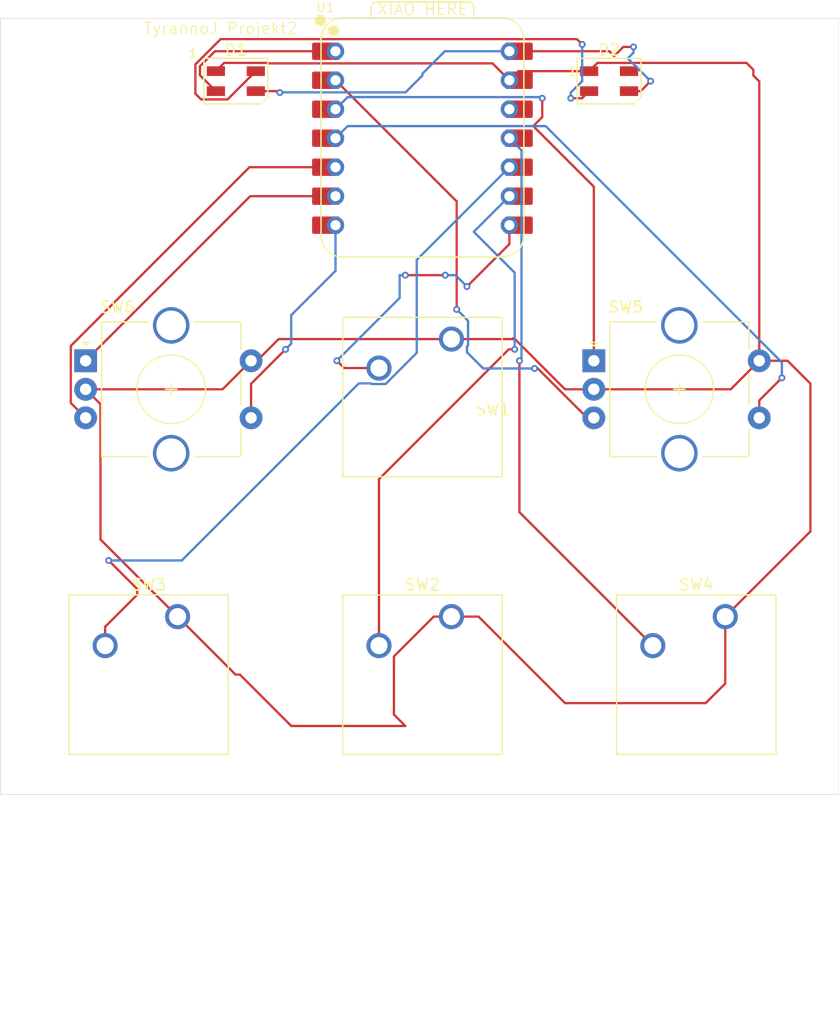
<source format=kicad_pcb>
(kicad_pcb (version 20240108) (generator "pcbnew") (generator_version "8.0")
  (layers (0 "F.Cu" signal) (31 "B.Cu" signal) (34 "B.Paste" user) (35 "F.Paste" user) (36 "B.SilkS" user "B.Silkscreen") (37 "F.SilkS" user "F.Silkscreen") (38 "B.Mask" user) (39 "F.Mask" user) (44 "Edge.Cuts" user))
  (net 0 "")
  (net 1 "Net-(D1-DIN)")
  (net 2 "Net-(D1-DOUT)")
  (net 3 "+5V")
  (net 4 "GND")
  (net 6 "Net-(U1-GPIO1{slash}RX)")
  (net 7 "Net-(U1-GPIO2{slash}SCK)")
  (net 8 "Net-(U1-GPIO4{slash}MISO)")
  (net 9 "Net-(U1-GPIO3{slash}MOSI)")
  (net 10 "Net-(U1-GPIO28{slash}ADC2{slash}A2)")
  (net 11 "Net-(U1-GPIO29{slash}ADC3{slash}A3)")
  (net 12 "Net-(U1-GPIO27{slash}ADC1{slash}A1)")
  (net 13 "Net-(U1-GPIO0{slash}TX)")
  (net 14 "Net-(U1-GPIO6{slash}SDA)")
  (net 15 "Net-(U1-GPIO7{slash}SCL)")
  (net 16 "Net-(J1-Pin_1)")
  (footprint "OPL:XIAO-RP2040-DIP" (layer "F.Cu") (at 145 68)
    (property "Reference" "U1" (at -8.5 -11.464717 0) (layer "F.SilkS") (effects (font (size 0.8 0.8) (thickness 0.1016))))
    (property "Value" "XIAO-RP2040-DIP")
    (fp_line (start -8.89 8.509) (end -8.89 -8.636) (stroke (width 0.127)) (layer "F.SilkS"))
    (fp_line (start -6.985 10.414) (end 6.985 10.414) (stroke (width 0.127)) (layer "F.SilkS"))
    (fp_line (start -4.495 -10.541) (end -4.491272 -11.451272) (stroke (width 0.127)) (layer "F.SilkS"))
    (fp_line (start -3.991272 -11.951) (end 4.004 -11.951) (stroke (width 0.127)) (layer "F.SilkS"))
    (fp_line (start 4.504 -11.451) (end 4.504 -10.541) (stroke (width 0.127)) (layer "F.SilkS"))
    (fp_line (start 6.985 -10.541) (end -6.985 -10.541) (stroke (width 0.1)) (layer "F.SilkS"))
    (fp_line (start 6.985 -10.541) (end -6.985 -10.541) (stroke (width 0.127)) (layer "F.SilkS"))
    (fp_line (start 8.89 8.509) (end 8.89 -8.636) (stroke (width 0.127)) (layer "F.SilkS"))
    (fp_arc (start -8.89 -8.636) (mid -8.332038 -9.983038) (end -6.985 -10.541) (stroke (width 0.127)) (layer "F.SilkS"))
    (fp_arc (start -6.985 10.414) (mid -8.332038 9.856038) (end -8.89 8.509) (stroke (width 0.127)) (layer "F.SilkS"))
    (fp_arc (start -4.491272 -11.451272) (mid -4.344724 -11.804644) (end -3.991272 -11.951) (stroke (width 0.127)) (layer "F.SilkS"))
    (fp_arc (start 4.004 -11.951) (mid 4.357553 -11.804553) (end 4.504 -11.451) (stroke (width 0.127)) (layer "F.SilkS"))
    (fp_arc (start 6.985 -10.541) (mid 8.332038 -9.983038) (end 8.89 -8.636) (stroke (width 0.127)) (layer "F.SilkS"))
    (fp_arc (start 8.89 8.509) (mid 8.332038 9.856038) (end 6.985 10.414) (stroke (width 0.127)) (layer "F.SilkS"))
    (fp_circle (center -8.95 -10.3) (end -8.95 -10.554) (stroke (width 0.5)) (fill solid) (layer "F.SilkS"))
    (fp_circle (center -7.807 -9.42) (end -7.807 -9.674) (stroke (width 0.5)) (fill solid) (layer "F.SilkS"))
    (pad "1" smd roundrect (at -8.455 -7.62 180) (size 2.432 1.524) (layers "F.Cu" "F.Mask") (roundrect_rratio 0.1) (net 1 "Net-(D1-DIN)"))
    (pad "1" thru_hole circle (at -7.62 -7.62 180) (size 1.524 1.524) (drill 0.889) (layers "*.Cu" "*.Mask") (net 1 "Net-(D1-DIN)"))
    (pad "2" smd roundrect (at -8.455 -5.08 180) (size 2.432 1.524) (layers "F.Cu" "F.Mask") (roundrect_rratio 0.1) (net 12 "Net-(U1-GPIO27{slash}ADC1{slash}A1)"))
    (pad "2" thru_hole circle (at -7.62 -5.08 180) (size 1.524 1.524) (drill 0.889) (layers "*.Cu" "*.Mask") (net 12 "Net-(U1-GPIO27{slash}ADC1{slash}A1)"))
    (pad "3" smd roundrect (at -8.455 -2.54 180) (size 2.432 1.524) (layers "F.Cu" "F.Mask") (roundrect_rratio 0.1) (net 10 "Net-(U1-GPIO28{slash}ADC2{slash}A2)"))
    (pad "3" thru_hole circle (at -7.62 -2.54 180) (size 1.524 1.524) (drill 0.889) (layers "*.Cu" "*.Mask") (net 10 "Net-(U1-GPIO28{slash}ADC2{slash}A2)"))
    (pad "4" smd roundrect (at -8.455 0 180) (size 2.432 1.524) (layers "F.Cu" "F.Mask") (roundrect_rratio 0.1) (net 11 "Net-(U1-GPIO29{slash}ADC3{slash}A3)"))
    (pad "4" thru_hole circle (at -7.62 0 180) (size 1.524 1.524) (drill 0.889) (layers "*.Cu" "*.Mask") (net 11 "Net-(U1-GPIO29{slash}ADC3{slash}A3)"))
    (pad "5" smd roundrect (at -8.455 2.54 180) (size 2.432 1.524) (layers "F.Cu" "F.Mask") (roundrect_rratio 0.1) (net 14 "Net-(U1-GPIO6{slash}SDA)"))
    (pad "5" thru_hole circle (at -7.62 2.54 180) (size 1.524 1.524) (drill 0.889) (layers "*.Cu" "*.Mask") (net 14 "Net-(U1-GPIO6{slash}SDA)"))
    (pad "6" smd roundrect (at -8.455 5.08 180) (size 2.432 1.524) (layers "F.Cu" "F.Mask") (roundrect_rratio 0.1) (net 15 "Net-(U1-GPIO7{slash}SCL)"))
    (pad "6" thru_hole circle (at -7.62 5.08 180) (size 1.524 1.524) (drill 0.889) (layers "*.Cu" "*.Mask") (net 15 "Net-(U1-GPIO7{slash}SCL)"))
    (pad "7" smd roundrect (at -8.455 7.62 180) (size 2.432 1.524) (layers "F.Cu" "F.Mask") (roundrect_rratio 0.1) (net 13 "Net-(U1-GPIO0{slash}TX)"))
    (pad "7" thru_hole circle (at -7.62 7.62 180) (size 1.524 1.524) (drill 0.889) (layers "*.Cu" "*.Mask") (net 13 "Net-(U1-GPIO0{slash}TX)"))
    (pad "8" thru_hole circle (at 7.62 7.62) (size 1.524 1.524) (drill 0.889) (layers "*.Cu" "*.Mask") (net 6 "Net-(U1-GPIO1{slash}RX)"))
    (pad "8" smd roundrect (at 8.455 7.62) (size 2.432 1.524) (layers "F.Cu" "F.Mask") (roundrect_rratio 0.1) (net 6 "Net-(U1-GPIO1{slash}RX)"))
    (pad "9" thru_hole circle (at 7.62 5.08) (size 1.524 1.524) (drill 0.889) (layers "*.Cu" "*.Mask") (net 7 "Net-(U1-GPIO2{slash}SCK)"))
    (pad "9" smd roundrect (at 8.455 5.08) (size 2.432 1.524) (layers "F.Cu" "F.Mask") (roundrect_rratio 0.1) (net 7 "Net-(U1-GPIO2{slash}SCK)"))
    (pad "10" thru_hole circle (at 7.62 2.54) (size 1.524 1.524) (drill 0.889) (layers "*.Cu" "*.Mask") (net 8 "Net-(U1-GPIO4{slash}MISO)"))
    (pad "10" smd roundrect (at 8.455 2.54) (size 2.432 1.524) (layers "F.Cu" "F.Mask") (roundrect_rratio 0.1) (net 8 "Net-(U1-GPIO4{slash}MISO)"))
    (pad "11" thru_hole circle (at 7.62 0) (size 1.524 1.524) (drill 0.889) (layers "*.Cu" "*.Mask") (net 9 "Net-(U1-GPIO3{slash}MOSI)"))
    (pad "11" smd roundrect (at 8.455 0) (size 2.432 1.524) (layers "F.Cu" "F.Mask") (roundrect_rratio 0.1) (net 9 "Net-(U1-GPIO3{slash}MOSI)"))
    (pad "12" thru_hole circle (at 7.62 -2.54) (size 1.524 1.524) (drill 0.889) (layers "*.Cu" "*.Mask") (net 16 "Net-(J1-Pin_1)"))
    (pad "12" smd roundrect (at 8.455 -2.54) (size 2.432 1.524) (layers "F.Cu" "F.Mask") (roundrect_rratio 0.1) (net 16 "Net-(J1-Pin_1)"))
    (pad "13" thru_hole circle (at 7.62 -5.08) (size 1.524 1.524) (drill 0.889) (layers "*.Cu" "*.Mask") (net 4 "GND"))
    (pad "13" smd roundrect (at 8.455 -5.08) (size 2.432 1.524) (layers "F.Cu" "F.Mask") (roundrect_rratio 0.1) (net 4 "GND"))
    (pad "14" thru_hole circle (at 7.62 -7.62) (size 1.524 1.524) (drill 0.889) (layers "*.Cu" "*.Mask") (net 3 "+5V"))
    (pad "14" smd roundrect (at 8.455 -7.62) (size 2.432 1.524) (layers "F.Cu" "F.Mask") (roundrect_rratio 0.1) (net 3 "+5V"))
  )
  (footprint "Button_Switch_Keyboard:SW_Cherry_MX_1.00u_PCB" (layer "F.Cu") (at 147.54 85.6)
    (property "Reference" "SW1" (at 3.631 6.1695 0) (layer "F.SilkS"))
    (property "Value" "SW_Push")
    (fp_line (start -9.525 -1.905) (end 4.445 -1.905) (stroke (width 0.12)) (layer "F.SilkS"))
    (fp_line (start -9.525 12.065) (end -9.525 -1.905) (stroke (width 0.12)) (layer "F.SilkS"))
    (fp_line (start 4.445 -1.905) (end 4.445 12.065) (stroke (width 0.12)) (layer "F.SilkS"))
    (fp_line (start 4.445 12.065) (end -9.525 12.065) (stroke (width 0.12)) (layer "F.SilkS"))
    (pad "" np_thru_hole circle (at -7.62 5.08) (size 1.7 1.7) (drill 1.7) (layers "*.Cu" "*.Mask"))
    (pad "" np_thru_hole circle (at -2.54 5.08) (size 4 4) (drill 4) (layers "*.Cu" "*.Mask"))
    (pad "" np_thru_hole circle (at 2.54 5.08) (size 1.7 1.7) (drill 1.7) (layers "*.Cu" "*.Mask"))
    (pad "1" thru_hole circle (at 0 0) (size 2.2 2.2) (drill 1.5) (layers "*.Cu" "*.Mask") (net 4 "GND"))
    (pad "2" thru_hole circle (at -6.35 2.54) (size 2.2 2.2) (drill 1.5) (layers "*.Cu" "*.Mask") (net 6 "Net-(U1-GPIO1{slash}RX)"))
  )
  (footprint "LED_SMD:LED_SK6812MINI_PLCC4_3.5x3.5mm_P1.75mm" (layer "F.Cu") (at 161.355 63)
    (property "Reference" "D2" (at 0 -2.75 0) (layer "F.SilkS"))
    (property "Value" "SK6812")
    (fp_line (start -2.8 -2) (end -2.8 2) (stroke (width 0.12)) (layer "F.SilkS"))
    (fp_line (start -2.8 -2) (end 2.8 -2) (stroke (width 0.12)) (layer "F.SilkS"))
    (fp_line (start -2.8 2) (end 2.2 2) (stroke (width 0.12)) (layer "F.SilkS"))
    (fp_line (start 2.8 1.4) (end 2.2 2) (stroke (width 0.12)) (layer "F.SilkS"))
    (fp_line (start 2.8 1.4) (end 2.8 -2) (stroke (width 0.12)) (layer "F.SilkS"))
    (fp_text user "1" (at -3.2 -0.875 0) (layer "F.SilkS") (effects (font (size 0.8 0.8))))
    (pad "1" smd rect (at -1.75 -0.875) (size 1.6 0.85) (layers "F.Cu" "F.Paste" "F.Mask") (net 4 "GND"))
    (pad "2" smd rect (at -1.75 0.875) (size 1.6 0.85) (layers "F.Cu" "F.Paste" "F.Mask") (net 2 "Net-(D1-DOUT)"))
    (pad "3" smd rect (at 1.75 0.875) (size 1.6 0.85) (layers "F.Cu" "F.Paste" "F.Mask") (net 3 "+5V"))
    (pad "4" smd rect (at 1.75 -0.875) (size 1.6 0.85) (layers "F.Cu" "F.Paste" "F.Mask"))
  )
  (footprint "Rotary_Encoder:RotaryEncoder_Alps_EC11E-Switch_Vertical_H20mm_CircularMountingHoles" (layer "F.Cu") (at 115.48 87.5)
    (property "Reference" "SW6" (at 2.8 -4.7 0) (layer "F.SilkS"))
    (property "Value" "RotaryEncoder_Switch")
    (fp_line (start -0.3 -1.6) (end 0.3 -1.6) (stroke (width 0.12)) (layer "F.SilkS"))
    (fp_line (start 0 -1.3) (end -0.3 -1.6) (stroke (width 0.12)) (layer "F.SilkS"))
    (fp_line (start 0.3 -1.6) (end 0 -1.3) (stroke (width 0.12)) (layer "F.SilkS"))
    (fp_line (start 1.4 -3.4) (end 1.4 8.4) (stroke (width 0.12)) (layer "F.SilkS"))
    (fp_line (start 5.5 -3.4) (end 1.4 -3.4) (stroke (width 0.12)) (layer "F.SilkS"))
    (fp_line (start 5.5 8.4) (end 1.4 8.4) (stroke (width 0.12)) (layer "F.SilkS"))
    (fp_line (start 7 2.5) (end 8 2.5) (stroke (width 0.12)) (layer "F.SilkS"))
    (fp_line (start 7.5 2) (end 7.5 3) (stroke (width 0.12)) (layer "F.SilkS"))
    (fp_line (start 9.5 -3.4) (end 13.6 -3.4) (stroke (width 0.12)) (layer "F.SilkS"))
    (fp_line (start 13.6 -3.4) (end 13.6 -1) (stroke (width 0.12)) (layer "F.SilkS"))
    (fp_line (start 13.6 1.2) (end 13.6 3.8) (stroke (width 0.12)) (layer "F.SilkS"))
    (fp_line (start 13.6 6) (end 13.6 8.4) (stroke (width 0.12)) (layer "F.SilkS"))
    (fp_line (start 13.6 8.4) (end 9.5 8.4) (stroke (width 0.12)) (layer "F.SilkS"))
    (fp_circle (center 7.5 2.5) (end 10.5 2.5) (stroke (width 0.12)) (fill none) (layer "F.SilkS"))
    (pad "A" thru_hole rect (at 0 0) (size 2 2) (drill 1) (layers "*.Cu" "*.Mask") (net 15 "Net-(U1-GPIO7{slash}SCL)"))
    (pad "B" thru_hole circle (at 0 5) (size 2 2) (drill 1) (layers "*.Cu" "*.Mask") (net 14 "Net-(U1-GPIO6{slash}SDA)"))
    (pad "C" thru_hole circle (at 0 2.5) (size 2 2) (drill 1) (layers "*.Cu" "*.Mask") (net 4 "GND"))
    (pad "MP" thru_hole circle (at 7.5 -3.1) (size 3.2 3.2) (drill 2.6) (layers "*.Cu" "*.Mask"))
    (pad "MP" thru_hole circle (at 7.5 8.1) (size 3.2 3.2) (drill 2.6) (layers "*.Cu" "*.Mask"))
    (pad "S1" thru_hole circle (at 14.5 5) (size 2 2) (drill 1) (layers "*.Cu" "*.Mask") (net 13 "Net-(U1-GPIO0{slash}TX)"))
    (pad "S2" thru_hole circle (at 14.5 0) (size 2 2) (drill 1) (layers "*.Cu" "*.Mask") (net 4 "GND"))
  )
  (footprint "Button_Switch_Keyboard:SW_Cherry_MX_1.00u_PCB" (layer "F.Cu") (at 171.54 109.92)
    (property "Reference" "SW4" (at -2.54 -2.794 0) (layer "F.SilkS"))
    (property "Value" "SW_Push")
    (fp_line (start -9.525 -1.905) (end 4.445 -1.905) (stroke (width 0.12)) (layer "F.SilkS"))
    (fp_line (start -9.525 12.065) (end -9.525 -1.905) (stroke (width 0.12)) (layer "F.SilkS"))
    (fp_line (start 4.445 -1.905) (end 4.445 12.065) (stroke (width 0.12)) (layer "F.SilkS"))
    (fp_line (start 4.445 12.065) (end -9.525 12.065) (stroke (width 0.12)) (layer "F.SilkS"))
    (pad "" np_thru_hole circle (at -7.62 5.08) (size 1.7 1.7) (drill 1.7) (layers "*.Cu" "*.Mask"))
    (pad "" np_thru_hole circle (at -2.54 5.08) (size 4 4) (drill 4) (layers "*.Cu" "*.Mask"))
    (pad "" np_thru_hole circle (at 2.54 5.08) (size 1.7 1.7) (drill 1.7) (layers "*.Cu" "*.Mask"))
    (pad "1" thru_hole circle (at 0 0) (size 2.2 2.2) (drill 1.5) (layers "*.Cu" "*.Mask") (net 4 "GND"))
    (pad "2" thru_hole circle (at -6.35 2.54) (size 2.2 2.2) (drill 1.5) (layers "*.Cu" "*.Mask") (net 9 "Net-(U1-GPIO3{slash}MOSI)"))
  )
  (footprint "LED_SMD:LED_SK6812MINI_PLCC4_3.5x3.5mm_P1.75mm" (layer "F.Cu") (at 128.645 63)
    (property "Reference" "D1" (at 0 -2.75 0) (layer "F.SilkS"))
    (property "Value" "SK6812")
    (fp_line (start -2.8 -2) (end -2.8 2) (stroke (width 0.12)) (layer "F.SilkS"))
    (fp_line (start -2.8 -2) (end 2.8 -2) (stroke (width 0.12)) (layer "F.SilkS"))
    (fp_line (start -2.8 2) (end 2.2 2) (stroke (width 0.12)) (layer "F.SilkS"))
    (fp_line (start 2.8 1.4) (end 2.2 2) (stroke (width 0.12)) (layer "F.SilkS"))
    (fp_line (start 2.8 1.4) (end 2.8 -2) (stroke (width 0.12)) (layer "F.SilkS"))
    (fp_text user "1" (at -3.734 -2.4155 0) (layer "F.SilkS") (effects (font (size 0.8 0.8))))
    (pad "1" smd rect (at -1.75 -0.875) (size 1.6 0.85) (layers "F.Cu" "F.Paste" "F.Mask") (net 4 "GND"))
    (pad "2" smd rect (at -1.75 0.875) (size 1.6 0.85) (layers "F.Cu" "F.Paste" "F.Mask") (net 1 "Net-(D1-DIN)"))
    (pad "3" smd rect (at 1.75 0.875) (size 1.6 0.85) (layers "F.Cu" "F.Paste" "F.Mask") (net 3 "+5V"))
    (pad "4" smd rect (at 1.75 -0.875) (size 1.6 0.85) (layers "F.Cu" "F.Paste" "F.Mask") (net 2 "Net-(D1-DOUT)"))
  )
  (footprint "Button_Switch_Keyboard:SW_Cherry_MX_1.00u_PCB" (layer "F.Cu") (at 147.54 109.92)
    (property "Reference" "SW2" (at -2.54 -2.794 0) (layer "F.SilkS"))
    (property "Value" "SW_Push")
    (fp_line (start -9.525 -1.905) (end 4.445 -1.905) (stroke (width 0.12)) (layer "F.SilkS"))
    (fp_line (start -9.525 12.065) (end -9.525 -1.905) (stroke (width 0.12)) (layer "F.SilkS"))
    (fp_line (start 4.445 -1.905) (end 4.445 12.065) (stroke (width 0.12)) (layer "F.SilkS"))
    (fp_line (start 4.445 12.065) (end -9.525 12.065) (stroke (width 0.12)) (layer "F.SilkS"))
    (pad "" np_thru_hole circle (at -7.62 5.08) (size 1.7 1.7) (drill 1.7) (layers "*.Cu" "*.Mask"))
    (pad "" np_thru_hole circle (at -2.54 5.08) (size 4 4) (drill 4) (layers "*.Cu" "*.Mask"))
    (pad "" np_thru_hole circle (at 2.54 5.08) (size 1.7 1.7) (drill 1.7) (layers "*.Cu" "*.Mask"))
    (pad "1" thru_hole circle (at 0 0) (size 2.2 2.2) (drill 1.5) (layers "*.Cu" "*.Mask") (net 4 "GND"))
    (pad "2" thru_hole circle (at -6.35 2.54) (size 2.2 2.2) (drill 1.5) (layers "*.Cu" "*.Mask") (net 7 "Net-(U1-GPIO2{slash}SCK)"))
  )
  (footprint "Button_Switch_Keyboard:SW_Cherry_MX_1.00u_PCB" (layer "F.Cu") (at 123.54 109.92)
    (property "Reference" "SW3" (at -2.54 -2.794 0) (layer "F.SilkS"))
    (property "Value" "SW_Push")
    (fp_line (start -9.525 -1.905) (end 4.445 -1.905) (stroke (width 0.12)) (layer "F.SilkS"))
    (fp_line (start -9.525 12.065) (end -9.525 -1.905) (stroke (width 0.12)) (layer "F.SilkS"))
    (fp_line (start 4.445 -1.905) (end 4.445 12.065) (stroke (width 0.12)) (layer "F.SilkS"))
    (fp_line (start 4.445 12.065) (end -9.525 12.065) (stroke (width 0.12)) (layer "F.SilkS"))
    (pad "" np_thru_hole circle (at -7.62 5.08) (size 1.7 1.7) (drill 1.7) (layers "*.Cu" "*.Mask"))
    (pad "" np_thru_hole circle (at -2.54 5.08) (size 4 4) (drill 4) (layers "*.Cu" "*.Mask"))
    (pad "" np_thru_hole circle (at 2.54 5.08) (size 1.7 1.7) (drill 1.7) (layers "*.Cu" "*.Mask"))
    (pad "1" thru_hole circle (at 0 0) (size 2.2 2.2) (drill 1.5) (layers "*.Cu" "*.Mask") (net 4 "GND"))
    (pad "2" thru_hole circle (at -6.35 2.54) (size 2.2 2.2) (drill 1.5) (layers "*.Cu" "*.Mask") (net 8 "Net-(U1-GPIO4{slash}MISO)"))
  )
  (footprint "Rotary_Encoder:RotaryEncoder_Alps_EC11E-Switch_Vertical_H20mm_CircularMountingHoles" (layer "F.Cu") (at 160.02 87.5)
    (property "Reference" "SW5" (at 2.8 -4.7 0) (layer "F.SilkS"))
    (property "Value" "RotaryEncoder_Switch")
    (fp_line (start -0.3 -1.6) (end 0.3 -1.6) (stroke (width 0.12)) (layer "F.SilkS"))
    (fp_line (start 0 -1.3) (end -0.3 -1.6) (stroke (width 0.12)) (layer "F.SilkS"))
    (fp_line (start 0.3 -1.6) (end 0 -1.3) (stroke (width 0.12)) (layer "F.SilkS"))
    (fp_line (start 1.4 -3.4) (end 1.4 8.4) (stroke (width 0.12)) (layer "F.SilkS"))
    (fp_line (start 5.5 -3.4) (end 1.4 -3.4) (stroke (width 0.12)) (layer "F.SilkS"))
    (fp_line (start 5.5 8.4) (end 1.4 8.4) (stroke (width 0.12)) (layer "F.SilkS"))
    (fp_line (start 7 2.5) (end 8 2.5) (stroke (width 0.12)) (layer "F.SilkS"))
    (fp_line (start 7.5 2) (end 7.5 3) (stroke (width 0.12)) (layer "F.SilkS"))
    (fp_line (start 9.5 -3.4) (end 13.6 -3.4) (stroke (width 0.12)) (layer "F.SilkS"))
    (fp_line (start 13.6 -3.4) (end 13.6 -1) (stroke (width 0.12)) (layer "F.SilkS"))
    (fp_line (start 13.6 1.2) (end 13.6 3.8) (stroke (width 0.12)) (layer "F.SilkS"))
    (fp_line (start 13.6 6) (end 13.6 8.4) (stroke (width 0.12)) (layer "F.SilkS"))
    (fp_line (start 13.6 8.4) (end 9.5 8.4) (stroke (width 0.12)) (layer "F.SilkS"))
    (fp_circle (center 7.5 2.5) (end 10.5 2.5) (stroke (width 0.12)) (fill none) (layer "F.SilkS"))
    (pad "A" thru_hole rect (at 0 0) (size 2 2) (drill 1) (layers "*.Cu" "*.Mask") (net 10 "Net-(U1-GPIO28{slash}ADC2{slash}A2)"))
    (pad "B" thru_hole circle (at 0 5) (size 2 2) (drill 1) (layers "*.Cu" "*.Mask") (net 12 "Net-(U1-GPIO27{slash}ADC1{slash}A1)"))
    (pad "C" thru_hole circle (at 0 2.5) (size 2 2) (drill 1) (layers "*.Cu" "*.Mask") (net 4 "GND"))
    (pad "MP" thru_hole circle (at 7.5 -3.1) (size 3.2 3.2) (drill 2.6) (layers "*.Cu" "*.Mask"))
    (pad "MP" thru_hole circle (at 7.5 8.1) (size 3.2 3.2) (drill 2.6) (layers "*.Cu" "*.Mask"))
    (pad "S1" thru_hole circle (at 14.5 5) (size 2 2) (drill 1) (layers "*.Cu" "*.Mask") (net 11 "Net-(U1-GPIO29{slash}ADC3{slash}A3)"))
    (pad "S2" thru_hole circle (at 14.5 0) (size 2 2) (drill 1) (layers "*.Cu" "*.Mask") (net 4 "GND"))
  )
  (gr_rect (start 108 57.5) (end 181.5 125.5) (stroke (width 0.05)) (fill none) (layer "Edge.Cuts"))
  (gr_text "TyrannoJ Projekt2" (at 120.5 58.9545 0) (layer "F.SilkS") (effects (font (size 1 1) (thickness 0.1)) (justify left bottom)))
  (gr_text "XIAO HERE" (at 140.97381 57.2855 0) (layer "F.SilkS") (effects (font (size 1 1) (thickness 0.1)) (justify left bottom)))
  (segment (start 126.815 60.38) (end 125.5 61.695) (width 0.2) (layer "F.Cu") (net 1))
  (segment (start 125.5 62.48) (end 126.895 63.875) (width 0.2) (layer "F.Cu") (net 1))
  (segment (start 125.5 61.695) (end 125.5 62.48) (width 0.2) (layer "F.Cu") (net 1))
  (segment (start 137.38 60.38) (end 126.815 60.38) (width 0.2) (layer "F.Cu") (net 1))
  (segment (start 158 64.5) (end 158.98 64.5) (width 0.2) (layer "F.Cu") (net 2))
  (segment (start 125.6 64.6) (end 125.1 64.1) (width 0.2) (layer "F.Cu") (net 2))
  (segment (start 125.1 61.529314) (end 127.311314 59.318) (width 0.2) (layer "F.Cu") (net 2))
  (segment (start 127.92 64.6) (end 125.6 64.6) (width 0.2) (layer "F.Cu") (net 2))
  (segment (start 158.98 64.5) (end 159.605 63.875) (width 0.2) (layer "F.Cu") (net 2))
  (segment (start 130.395 62.125) (end 127.92 64.6) (width 0.2) (layer "F.Cu") (net 2))
  (segment (start 158.538 59.318) (end 159 59.78) (width 0.2) (layer "F.Cu") (net 2))
  (segment (start 127.311314 59.318) (end 158.538 59.318) (width 0.2) (layer "F.Cu") (net 2))
  (segment (start 125.1 64.1) (end 125.1 61.529314) (width 0.2) (layer "F.Cu") (net 2))
  (via (at 159 59.78) (size 0.6) (drill 0.3) (layers "F.Cu" "B.Cu") (net 2))
  (via (at 158 64.5) (size 0.6) (drill 0.3) (layers "F.Cu" "B.Cu") (net 2))
  (segment (start 159 59.78) (end 159 63) (width 0.2) (layer "B.Cu") (net 2))
  (segment (start 159 63) (end 158 64) (width 0.2) (layer "B.Cu") (net 2))
  (segment (start 158 64) (end 158 64.5) (width 0.2) (layer "B.Cu") (net 2))
  (segment (start 152.62 60.38) (end 161.38 60.38) (width 0.2) (layer "F.Cu") (net 3))
  (segment (start 165 63) (end 164.125 63.875) (width 0.2) (layer "F.Cu") (net 3))
  (segment (start 164.125 63.875) (end 163.105 63.875) (width 0.2) (layer "F.Cu") (net 3))
  (segment (start 132.375 63.875) (end 130.395 63.875) (width 0.2) (layer "F.Cu") (net 3))
  (segment (start 161.8 60.8) (end 162.6 60) (width 0.2) (layer "F.Cu") (net 3))
  (segment (start 162.6 60) (end 163.5 60) (width 0.2) (layer "F.Cu") (net 3))
  (segment (start 132.5 64) (end 132.375 63.875) (width 0.2) (layer "F.Cu") (net 3))
  (segment (start 161.38 60.38) (end 161.8 60.8) (width 0.2) (layer "F.Cu") (net 3))
  (via (at 132.5 64) (size 0.6) (drill 0.3) (layers "F.Cu" "B.Cu") (net 3))
  (via (at 165 63) (size 0.6) (drill 0.3) (layers "F.Cu" "B.Cu") (net 3))
  (via (at 163.5 60) (size 0.6) (drill 0.3) (layers "F.Cu" "B.Cu") (net 3))
  (segment (start 163 61) (end 165 63) (width 0.2) (layer "B.Cu") (net 3))
  (segment (start 132.5 64) (end 132.518 63.982) (width 0.2) (layer "B.Cu") (net 3))
  (segment (start 145 62.342) (end 146.962 60.38) (width 0.2) (layer "B.Cu") (net 3))
  (segment (start 146.962 60.38) (end 152.62 60.38) (width 0.2) (layer "B.Cu") (net 3))
  (segment (start 163 61) (end 163.5 60.5) (width 0.2) (layer "B.Cu") (net 3))
  (segment (start 132.518 63.982) (end 143.518 63.982) (width 0.2) (layer "B.Cu") (net 3))
  (segment (start 163.5 60.5) (end 163.5 60) (width 0.2) (layer "B.Cu") (net 3))
  (segment (start 143.518 63.982) (end 145 62.5) (width 0.2) (layer "B.Cu") (net 3))
  (segment (start 145 62.5) (end 145 62.342) (width 0.2) (layer "B.Cu") (net 3))
  (segment (start 152.9 85.6) (end 153 85.5) (width 0.2) (layer "F.Cu") (net 4))
  (segment (start 129 115) (end 128.62 115) (width 0.2) (layer "F.Cu") (net 4))
  (segment (start 133.5 119.5) (end 129 115) (width 0.2) (layer "F.Cu") (net 4))
  (segment (start 147.54 109.92) (end 145.984366 109.92) (width 0.2) (layer "F.Cu") (net 4))
  (segment (start 128.62 115) (end 123.54 109.92) (width 0.2) (layer "F.Cu") (net 4))
  (segment (start 143.5 119.5) (end 133.5 119.5) (width 0.2) (layer "F.Cu") (net 4))
  (segment (start 179 89.5) (end 179 102.46) (width 0.2) (layer "F.Cu") (net 4))
  (segment (start 116.78 103.16) (end 123.54 109.92) (width 0.2) (layer "F.Cu") (net 4))
  (segment (start 129.98 87.5) (end 130.5 87.5) (width 0.2) (layer "F.Cu") (net 4))
  (segment (start 151.142 61.442) (end 131.537 61.442) (width 0.2) (layer "F.Cu") (net 4))
  (segment (start 172.02 90) (end 174.52 87.5) (width 0.2) (layer "F.Cu") (net 4))
  (segment (start 115.48 90) (end 127.48 90) (width 0.2) (layer "F.Cu") (net 4))
  (segment (start 116.78 91.3) (end 115.48 90) (width 0.2) (layer "F.Cu") (net 4))
  (segment (start 174.52 63.02) (end 174 62.5) (width 0.2) (layer "F.Cu") (net 4))
  (segment (start 174.52 87.5) (end 174.52 63.02) (width 0.2) (layer "F.Cu") (net 4))
  (segment (start 160.33 61.4) (end 159.605 62.125) (width 0.2) (layer "F.Cu") (net 4))
  (segment (start 152.62 62.92) (end 151.142 61.442) (width 0.2) (layer "F.Cu") (net 4))
  (segment (start 153.415 62.125) (end 152.62 62.92) (width 0.2) (layer "F.Cu") (net 4))
  (segment (start 169.823402 117.5) (end 157.5 117.5) (width 0.2) (layer "F.Cu") (net 4))
  (segment (start 131.495 61.4) (end 127.62 61.4) (width 0.2) (layer "F.Cu") (net 4))
  (segment (start 171.54 115.783402) (end 169.823402 117.5) (width 0.2) (layer "F.Cu") (net 4))
  (segment (start 174 62.5) (end 174 62) (width 0.2) (layer "F.Cu") (net 4))
  (segment (start 177 87.5) (end 179 89.5) (width 0.2) (layer "F.Cu") (net 4))
  (segment (start 159.605 62.125) (end 153.415 62.125) (width 0.2) (layer "F.Cu") (net 4))
  (segment (start 179 102.46) (end 171.54 109.92) (width 0.2) (layer "F.Cu") (net 4))
  (segment (start 173.4 61.4) (end 160.33 61.4) (width 0.2) (layer "F.Cu") (net 4))
  (segment (start 149.92 109.92) (end 147.54 109.92) (width 0.2) (layer "F.Cu") (net 4))
  (segment (start 132.4 85.6) (end 147.54 85.6) (width 0.2) (layer "F.Cu") (net 4))
  (segment (start 142.5 113.404366) (end 142.5 118.5) (width 0.2) (layer "F.Cu") (net 4))
  (segment (start 171.54 109.92) (end 171.54 115.783402) (width 0.2) (layer "F.Cu") (net 4))
  (segment (start 127.48 90) (end 129.98 87.5) (width 0.2) (layer "F.Cu") (net 4))
  (segment (start 157.5 90) (end 160.02 90) (width 0.2) (layer "F.Cu") (net 4))
  (segment (start 130.5 87.5) (end 132.4 85.6) (width 0.2) (layer "F.Cu") (net 4))
  (segment (start 116.78 103.16) (end 116.78 91.3) (width 0.2) (layer "F.Cu") (net 4))
  (segment (start 147.54 85.6) (end 152.9 85.6) (width 0.2) (layer "F.Cu") (net 4))
  (segment (start 153 85.5) (end 157.5 90) (width 0.2) (layer "F.Cu") (net 4))
  (segment (start 157.5 117.5) (end 149.92 109.92) (width 0.2) (layer "F.Cu") (net 4))
  (segment (start 174 62) (end 173.4 61.4) (width 0.2) (layer "F.Cu") (net 4))
  (segment (start 127.62 61.4) (end 126.895 62.125) (width 0.2) (layer "F.Cu") (net 4))
  (segment (start 174.52 87.5) (end 177 87.5) (width 0.2) (layer "F.Cu") (net 4))
  (segment (start 131.537 61.442) (end 131.495 61.4) (width 0.2) (layer "F.Cu") (net 4))
  (segment (start 160.02 90) (end 172.02 90) (width 0.2) (layer "F.Cu") (net 4))
  (segment (start 145.984366 109.92) (end 142.5 113.404366) (width 0.2) (layer "F.Cu") (net 4))
  (segment (start 142.5 118.5) (end 143.5 119.5) (width 0.2) (layer "F.Cu") (net 4))
  (segment (start 138.14 88.14) (end 137.5 87.5) (width 0.2) (layer "F.Cu") (net 6))
  (segment (start 152.62 77.28) (end 152.62 75.62) (width 0.2) (layer "F.Cu") (net 6))
  (segment (start 141.19 88.14) (end 138.14 88.14) (width 0.2) (layer "F.Cu") (net 6))
  (segment (start 143.5 80) (end 147 80) (width 0.2) (layer "F.Cu") (net 6))
  (segment (start 148.9 81) (end 152.62 77.28) (width 0.2) (layer "F.Cu") (net 6))
  (via (at 148.9 81) (size 0.6) (drill 0.3) (layers "F.Cu" "B.Cu") (net 6))
  (via (at 147 80) (size 0.6) (drill 0.3) (layers "F.Cu" "B.Cu") (net 6))
  (via (at 137.5 87.5) (size 0.6) (drill 0.3) (layers "F.Cu" "B.Cu") (net 6))
  (via (at 143.5 80) (size 0.6) (drill 0.3) (layers "F.Cu" "B.Cu") (net 6))
  (segment (start 147.9 80) (end 148.9 81) (width 0.2) (layer "B.Cu") (net 6))
  (segment (start 147 80) (end 147.9 80) (width 0.2) (layer "B.Cu") (net 6))
  (segment (start 143 82) (end 143 80) (width 0.2) (layer "B.Cu") (net 6))
  (segment (start 137.5 87.5) (end 143 82) (width 0.2) (layer "B.Cu") (net 6))
  (segment (start 143 80) (end 143.5 80) (width 0.2) (layer "B.Cu") (net 6))
  (segment (start 152.562944 86.5) (end 153 86.5) (width 0.2) (layer "F.Cu") (net 7))
  (segment (start 141.19 97.872944) (end 152.562944 86.5) (width 0.2) (layer "F.Cu") (net 7))
  (segment (start 141.19 112.46) (end 141.19 97.872944) (width 0.2) (layer "F.Cu") (net 7))
  (segment (start 153 86.5) (end 153.082 86.5) (width 0.2) (layer "F.Cu") (net 7))
  (via (at 153.082 86.5) (size 0.6) (drill 0.3) (layers "F.Cu" "B.Cu") (net 7))
  (segment (start 153.082 86.5) (end 153.082 79.782) (width 0.2) (layer "B.Cu") (net 7))
  (segment (start 149.5 76.2) (end 152.62 73.08) (width 0.2) (layer "B.Cu") (net 7))
  (segment (start 153.082 79.782) (end 149.5 76.2) (width 0.2) (layer "B.Cu") (net 7))
  (segment (start 117.19 110.81) (end 120 108) (width 0.2) (layer "F.Cu") (net 8))
  (segment (start 117.19 112.46) (end 117.19 110.81) (width 0.2) (layer "F.Cu") (net 8))
  (segment (start 120 108) (end 120 107.5) (width 0.2) (layer "F.Cu") (net 8))
  (segment (start 120 107.5) (end 117.5 105) (width 0.2) (layer "F.Cu") (net 8))
  (via (at 117.5 105) (size 0.6) (drill 0.3) (layers "F.Cu" "B.Cu") (net 8))
  (segment (start 144.5 86.809899) (end 144.5 78.66) (width 0.2) (layer "B.Cu") (net 8))
  (segment (start 141.769899 89.54) (end 144.5 86.809899) (width 0.2) (layer "B.Cu") (net 8))
  (segment (start 117.5 105) (end 123.902944 105) (width 0.2) (layer "B.Cu") (net 8))
  (segment (start 139.422944 89.48) (end 140.48 89.48) (width 0.2) (layer "B.Cu") (net 8))
  (segment (start 140.48 89.48) (end 140.54 89.54) (width 0.2) (layer "B.Cu") (net 8))
  (segment (start 123.902944 105) (end 139.422944 89.48) (width 0.2) (layer "B.Cu") (net 8))
  (segment (start 144.5 78.66) (end 152.62 70.54) (width 0.2) (layer "B.Cu") (net 8))
  (segment (start 140.54 89.54) (end 141.769899 89.54) (width 0.2) (layer "B.Cu") (net 8))
  (segment (start 165.19 112.46) (end 153.5 100.77) (width 0.2) (layer "F.Cu") (net 9))
  (segment (start 153.5 100.77) (end 153.5 87.5) (width 0.2) (layer "F.Cu") (net 9))
  (via (at 153.5 87.5) (size 0.6) (drill 0.3) (layers "F.Cu" "B.Cu") (net 9))
  (segment (start 153.682 87.318) (end 153.682 69.062) (width 0.2) (layer "B.Cu") (net 9))
  (segment (start 153.682 69.062) (end 152.62 68) (width 0.2) (layer "B.Cu") (net 9))
  (segment (start 153.5 87.5) (end 153.682 87.318) (width 0.2) (layer "B.Cu") (net 9))
  (segment (start 160.02 72.247786) (end 154.710214 66.938) (width 0.2) (layer "F.Cu") (net 10))
  (segment (start 154.710214 66.938) (end 155.5 66.148214) (width 0.2) (layer "F.Cu") (net 10))
  (segment (start 155.5 66.148214) (end 155.5 64.5) (width 0.2) (layer "F.Cu") (net 10))
  (segment (start 160.02 87.5) (end 160.02 72.247786) (width 0.2) (layer "F.Cu") (net 10))
  (via (at 155.5 64.5) (size 0.6) (drill 0.3) (layers "F.Cu" "B.Cu") (net 10))
  (segment (start 155.398 64.398) (end 138.442 64.398) (width 0.2) (layer "B.Cu") (net 10))
  (segment (start 138.442 64.398) (end 137.38 65.46) (width 0.2) (layer "B.Cu") (net 10))
  (segment (start 155.5 64.5) (end 155.398 64.398) (width 0.2) (layer "B.Cu") (net 10))
  (segment (start 174.52 92.5) (end 174.52 90.98) (width 0.2) (layer "F.Cu") (net 11))
  (segment (start 174.52 90.98) (end 176.5 89) (width 0.2) (layer "F.Cu") (net 11))
  (via (at 176.5 89) (size 0.6) (drill 0.3) (layers "F.Cu" "B.Cu") (net 11))
  (segment (start 176.5 89) (end 176.5 87.641522) (width 0.2) (layer "B.Cu") (net 11))
  (segment (start 155.796478 66.938) (end 138.442 66.938) (width 0.2) (layer "B.Cu") (net 11))
  (segment (start 176.5 87.641522) (end 155.796478 66.938) (width 0.2) (layer "B.Cu") (net 11))
  (segment (start 138.442 66.938) (end 137.38 68) (width 0.2) (layer "B.Cu") (net 11))
  (segment (start 155.108579 88.174265) (end 154.825735 88.174265) (width 0.2) (layer "F.Cu") (net 12))
  (segment (start 148 83) (end 148 73.54) (width 0.2) (layer "F.Cu") (net 12))
  (segment (start 148 73.54) (end 137.38 62.92) (width 0.2) (layer "F.Cu") (net 12))
  (segment (start 159.434314 92.5) (end 155.108579 88.174265) (width 0.2) (layer "F.Cu") (net 12))
  (segment (start 160.02 92.5) (end 159.434314 92.5) (width 0.2) (layer "F.Cu") (net 12))
  (via (at 154.825735 88.174265) (size 0.6) (drill 0.3) (layers "F.Cu" "B.Cu") (net 12))
  (via (at 148 83) (size 0.6) (drill 0.3) (layers "F.Cu" "B.Cu") (net 12))
  (segment (start 148.9 86.251471) (end 149 86.151471) (width 0.2) (layer "B.Cu") (net 12))
  (segment (start 154.825735 88.174265) (end 150.325736 88.174265) (width 0.2) (layer "B.Cu") (net 12))
  (segment (start 149 84) (end 148 83) (width 0.2) (layer "B.Cu") (net 12))
  (segment (start 150.325736 88.174265) (end 148.9 86.748529) (width 0.2) (layer "B.Cu") (net 12))
  (segment (start 148.9 86.748529) (end 148.9 86.251471) (width 0.2) (layer "B.Cu") (net 12))
  (segment (start 149 86.151471) (end 149 84) (width 0.2) (layer "B.Cu") (net 12))
  (segment (start 129.98 89.52) (end 133 86.5) (width 0.2) (layer "F.Cu") (net 13))
  (segment (start 129.98 92.5) (end 129.98 89.52) (width 0.2) (layer "F.Cu") (net 13))
  (via (at 133 86.5) (size 0.6) (drill 0.3) (layers "F.Cu" "B.Cu") (net 13))
  (segment (start 137.38 79.62) (end 137.38 75.62) (width 0.2) (layer "B.Cu") (net 13))
  (segment (start 133 86.5) (end 133.5 86) (width 0.2) (layer "B.Cu") (net 13))
  (segment (start 133.5 83.5) (end 137.38 79.62) (width 0.2) (layer "B.Cu") (net 13))
  (segment (start 133.5 86) (end 133.5 83.5) (width 0.2) (layer "B.Cu") (net 13))
  (segment (start 115.48 92.5) (end 114.18 91.2) (width 0.2) (layer "F.Cu") (net 14))
  (segment (start 114.18 91.2) (end 114.18 86.2) (width 0.2) (layer "F.Cu") (net 14))
  (segment (start 114.18 86.2) (end 129.84 70.54) (width 0.2) (layer "F.Cu") (net 14))
  (segment (start 129.84 70.54) (end 137.38 70.54) (width 0.2) (layer "F.Cu") (net 14))
  (segment (start 129.9 73.08) (end 137.38 73.08) (width 0.2) (layer "F.Cu") (net 15))
  (segment (start 115.48 87.5) (end 129.9 73.08) (width 0.2) (layer "F.Cu") (net 15))
)
</source>
